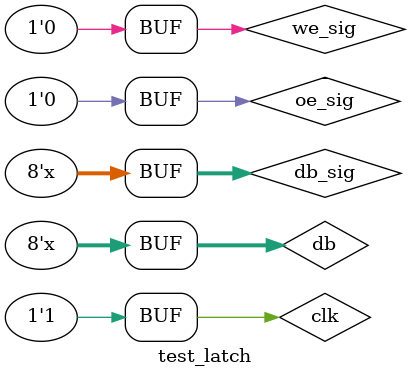
<source format=sv>
`timescale 100 ns/ 100 ns

module test_latch;

// ----------------- CLOCKS AND RESET -----------------
// Define one full T-clock cycle delay
`define T #2
bit clk = 1;
initial repeat (30) #1 clk = ~clk;

// ----------------------------------------------------
// Bi-directional bus with 3-state
reg  [7:0] db;              // Drive it using these wires
wire [7:0] db_sig;          // Read it using these wires

reg oe_sig;
reg we_sig;

// ----------------- TEST -------------------
`define CHECK(arg) \
   assert(db_sig===arg);

initial begin
    oe_sig = 0;
    we_sig = 0;

    // Test bidirectional data bus and leave it at Z
    `T  db = 8'hAA;
    `T  db = 'z;
    `T `CHECK(8'hz);

    // Write a byte into the latch
    `T  db = 8'h55;
    `T  we_sig = 1;
    `T  we_sig = 0;
    `T  db = 'z;

    // Read latch
    `T  db = 'z;
    `T  oe_sig = 1;
    `T `CHECK(8'h55);
    `T  oe_sig = 0;

    `T  $display("End of test");
end

// Drive a 3-state bidirectional bus with this statement
assign db_sig = db;

//--------------------------------------------------------------
// Instantiate register latch
//--------------------------------------------------------------

reg_latch reg_latch_inst
(
    .clk(clk),
    .oe(oe_sig) ,               // input  oe_sig
    .we(we_sig) ,               // input  we_sig
    .db(db_sig[7:0])            // inout [7:0] db_sig
);

endmodule

</source>
